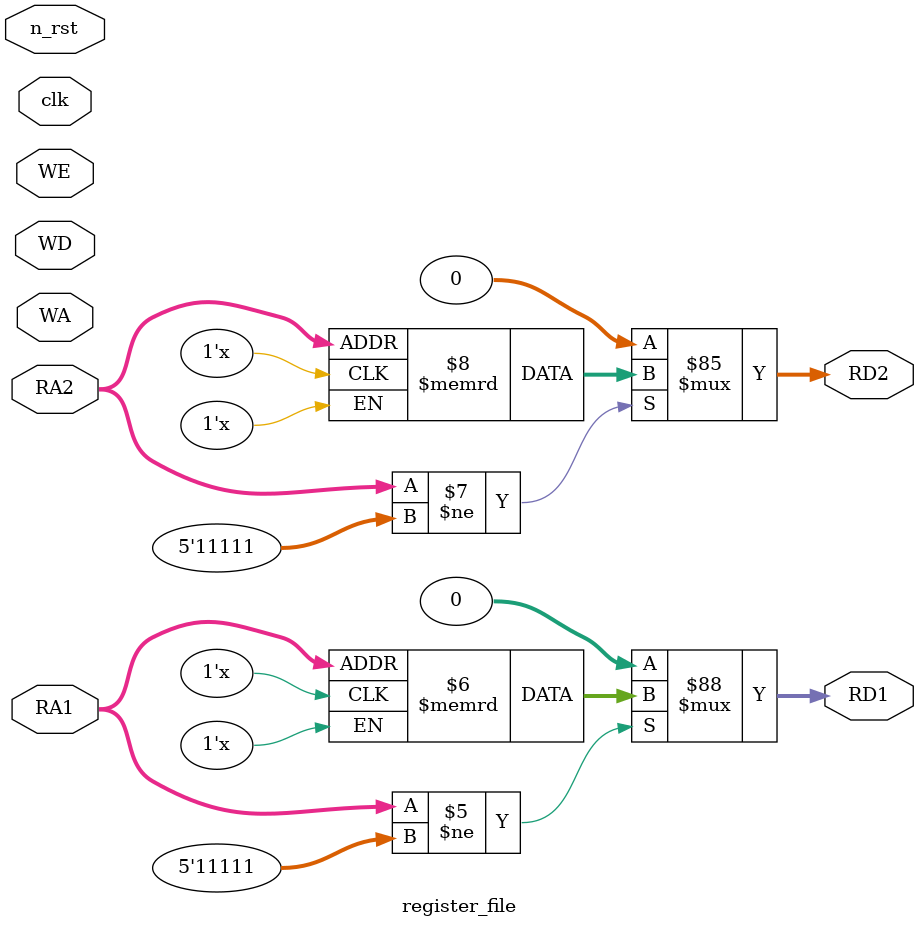
<source format=sv>
module register_file(
    input logic clk, n_rst,
    input logic[4:0] RA1, RA2, WA,
    input logic[31:0] WD,
    input logic WE,

    output logic[31:0] RD1, RD2
);

logic[31:0] WA_dec; 
logic[31:0] reg_outputs[31:0]; 


genvar i; 
generate 
    for(i = 0; i < 31; i += 1)
        le_reg REGX(.clk(clk), .n_rst(n_rst), .load_en(WE & WA_dec[i]), .load_data(WD), .data_out(reg_outputs[i])); 
endgenerate 

// always_comb begin: REG_OUTPUT_LOGIC
//     for(integer k = 0; k < 32; k += 1)
//         reg_outputs[k] = 'b0;
// end

always_comb begin: READING_REGISTERS
    RD1 = 'b0; 
    RD2 = 'b0; 

    if(RA1 != 5'd31)
        RD1 = reg_outputs[RA1]; 
    
    if(RA2 != 5'd31)
        RD2 = reg_outputs[RA2]; 
end

always_comb begin: WA_DECODER_LOGIC
    WA_dec = 'b0; 
    WA_dec[WA] = 1'b1; 
end

endmodule 
</source>
